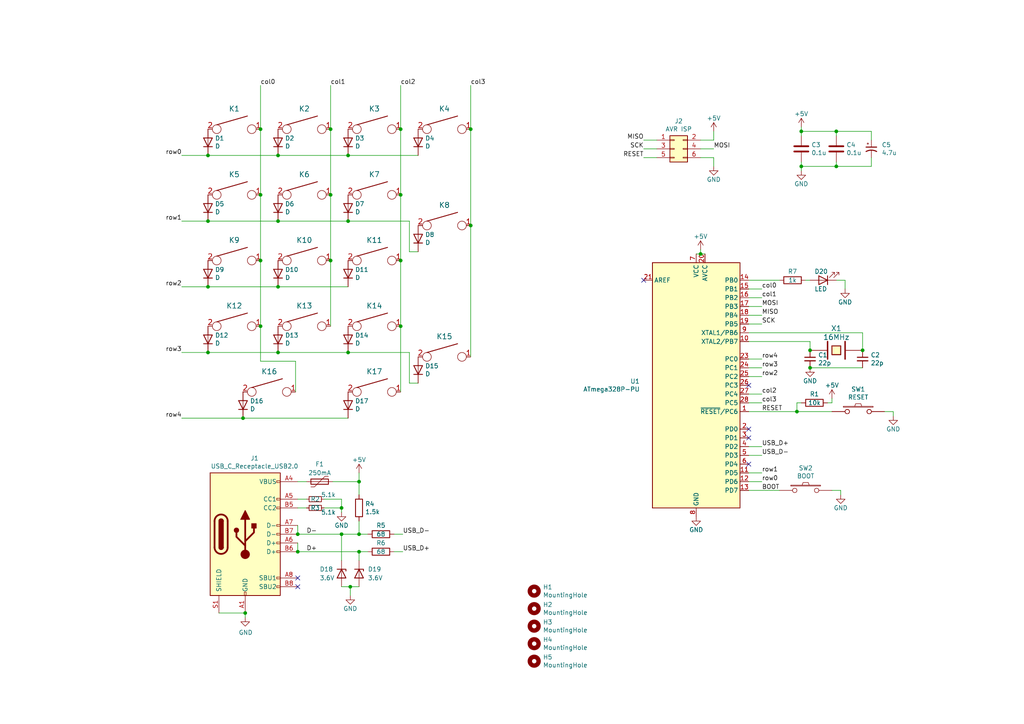
<source format=kicad_sch>
(kicad_sch (version 20211123) (generator eeschema)
  (paper "A4")
  (title_block (title "RYCpad Through-Hole Mechanical Numpad"))
  (lib_symbols
    (symbol "Connector:USB_C_Receptacle_USB2.0" (pin_names (offset 1.016))
      (property "Reference" "J" (at -10.16 19.05 0))
      (property "Value" "USB_C_Receptacle_USB2.0" (at 19.05 19.05 0))
      (symbol "USB_C_Receptacle_USB2.0_0_0"
        (rectangle (start -0.254 -17.78) (end 0.254 -16.764))
        (rectangle (start 10.16 -14.986) (end 9.144 -15.494))
        (rectangle (start 10.16 -12.446) (end 9.144 -12.954))
        (rectangle (start 10.16 -4.826) (end 9.144 -5.334))
        (rectangle (start 10.16 -2.286) (end 9.144 -2.794))
        (rectangle (start 10.16 0.254) (end 9.144 -0.254))
        (rectangle (start 10.16 2.794) (end 9.144 2.286))
        (rectangle (start 10.16 7.874) (end 9.144 7.366))
        (rectangle (start 10.16 10.414) (end 9.144 9.906))
        (rectangle (start 10.16 15.494) (end 9.144 14.986))
      )
      (symbol "USB_C_Receptacle_USB2.0_0_1"
        (rectangle (start -10.16 17.78) (end 10.16 -17.78) (stroke (width 0.254)) (fill (type background)))
        (arc (start -8.89 -3.81) (mid -6.985 -5.715) (end -5.08 -3.81) (stroke (width 0.508)))
        (arc (start -7.62 -3.81) (mid -6.985 -4.445) (end -6.35 -3.81) (stroke (width 0.254)))
        (arc (start -7.62 -3.81) (mid -6.985 -4.445) (end -6.35 -3.81) (stroke (width 0.254)) (fill (type outline)))
        (rectangle (start -7.62 -3.81) (end -6.35 3.81) (stroke (width 0.254)) (fill (type outline)))
        (arc (start -6.35 3.81) (mid -6.985 4.445) (end -7.62 3.81) (stroke (width 0.254)))
        (arc (start -6.35 3.81) (mid -6.985 4.445) (end -7.62 3.81) (stroke (width 0.254)) (fill (type outline)))
        (arc (start -5.08 3.81) (mid -6.985 5.715) (end -8.89 3.81) (stroke (width 0.508)))
        (circle (center -2.54 1.143) (radius 0.635) (stroke (width 0.254)) (fill (type outline)))
        (circle (center 0 -5.842) (radius 1.27) (fill (type outline)))
        (polyline (pts (xy -8.89 -3.81) (xy -8.89 3.81)) (stroke (width 0.508)))
        (polyline (pts (xy -5.08 3.81) (xy -5.08 -3.81)) (stroke (width 0.508)))
        (polyline (pts (xy 0 -5.842) (xy 0 4.318)) (stroke (width 0.508)))
        (polyline (pts (xy 0 -3.302) (xy -2.54 -0.762) (xy -2.54 0.508)) (stroke (width 0.508)))
        (polyline (pts (xy 0 -2.032) (xy 2.54 0.508) (xy 2.54 1.778)) (stroke (width 0.508)))
        (polyline (pts (xy -1.27 4.318) (xy 0 6.858) (xy 1.27 4.318) (xy -1.27 4.318)) (stroke (width 0.254)) (fill (type outline)))
        (rectangle (start 1.905 1.778) (end 3.175 3.048) (stroke (width 0.254)) (fill (type outline)))
      )
      (symbol "USB_C_Receptacle_USB2.0_1_1"
        (pin passive line (at 0 -22.86 90) (length 5.08) (name "GND") (number "A1"))
        (pin passive line (at 0 -22.86 90) (length 5.08) hide (name "GND") (number "A12"))
        (pin passive line (at 15.24 15.24 180) (length 5.08) (name "VBUS") (number "A4"))
        (pin bidirectional line (at 15.24 10.16 180) (length 5.08) (name "CC1") (number "A5"))
        (pin bidirectional line (at 15.24 -2.54 180) (length 5.08) (name "D+") (number "A6"))
        (pin bidirectional line (at 15.24 2.54 180) (length 5.08) (name "D-") (number "A7"))
        (pin bidirectional line (at 15.24 -12.7 180) (length 5.08) (name "SBU1") (number "A8"))
        (pin passive line (at 15.24 15.24 180) (length 5.08) hide (name "VBUS") (number "A9"))
        (pin passive line (at 0 -22.86 90) (length 5.08) hide (name "GND") (number "B1"))
        (pin passive line (at 0 -22.86 90) (length 5.08) hide (name "GND") (number "B12"))
        (pin passive line (at 15.24 15.24 180) (length 5.08) hide (name "VBUS") (number "B4"))
        (pin bidirectional line (at 15.24 7.62 180) (length 5.08) (name "CC2") (number "B5"))
        (pin bidirectional line (at 15.24 -5.08 180) (length 5.08) (name "D+") (number "B6"))
        (pin bidirectional line (at 15.24 0 180) (length 5.08) (name "D-") (number "B7"))
        (pin bidirectional line (at 15.24 -15.24 180) (length 5.08) (name "SBU2") (number "B8"))
        (pin passive line (at 15.24 15.24 180) (length 5.08) hide (name "VBUS") (number "B9"))
        (pin passive line (at -7.62 -22.86 90) (length 5.08) (name "SHIELD") (number "S1"))
      )
    )
    (symbol "Connector_Generic:Conn_02x03_Odd_Even" (pin_names (offset 1.016) hide)
      (property "Reference" "J" (at 1.27 5.08 0))
      (property "Value" "Conn_02x03_Odd_Even" (at 1.27 -5.08 0))
      (symbol "Conn_02x03_Odd_Even_1_1"
        (rectangle (start -1.27 -2.413) (end 0 -2.667) (stroke (width 0.1524)))
        (rectangle (start -1.27 0.127) (end 0 -0.127) (stroke (width 0.1524)))
        (rectangle (start -1.27 2.667) (end 0 2.413) (stroke (width 0.1524)))
        (rectangle (start -1.27 3.81) (end 3.81 -3.81) (stroke (width 0.254)) (fill (type background)))
        (rectangle (start 3.81 -2.413) (end 2.54 -2.667) (stroke (width 0.1524)))
        (rectangle (start 3.81 0.127) (end 2.54 -0.127) (stroke (width 0.1524)))
        (rectangle (start 3.81 2.667) (end 2.54 2.413) (stroke (width 0.1524)))
        (pin passive line (at -5.08 2.54 0) (length 3.81) (name "Pin_1") (number "1"))
        (pin passive line (at 7.62 2.54 180) (length 3.81) (name "Pin_2") (number "2"))
        (pin passive line (at -5.08 0 0) (length 3.81) (name "Pin_3") (number "3"))
        (pin passive line (at 7.62 0 180) (length 3.81) (name "Pin_4") (number "4"))
        (pin passive line (at -5.08 -2.54 0) (length 3.81) (name "Pin_5") (number "5"))
        (pin passive line (at 7.62 -2.54 180) (length 3.81) (name "Pin_6") (number "6"))
      )
    )
    (symbol "Device:C" (pin_numbers hide) (pin_names (offset 0.254))
      (property "Reference" "C" (at 0.635 2.54 0))
      (property "Value" "C" (at 0.635 -2.54 0))
      (symbol "C_0_1"
        (polyline (pts (xy -2.032 -0.762) (xy 2.032 -0.762)) (stroke (width 0.508)))
        (polyline (pts (xy -2.032 0.762) (xy 2.032 0.762)) (stroke (width 0.508)))
      )
      (symbol "C_1_1"
        (pin passive line (at 0 3.81 270) (length 2.794) (name "~") (number "1"))
        (pin passive line (at 0 -3.81 90) (length 2.794) (name "~") (number "2"))
      )
    )
    (symbol "Device:C_Polarized_Small_US" (pin_numbers hide) (pin_names (offset 0.254) hide)
      (property "Reference" "C" (at 0.254 1.778 0))
      (property "Value" "C_Polarized_Small_US" (at 0.254 -2.032 0))
      (symbol "C_Polarized_Small_US_0_1"
        (polyline (pts (xy -1.524 0.508) (xy 1.524 0.508)) (stroke (width 0.3048)))
        (polyline (pts (xy -1.27 1.524) (xy -0.762 1.524)))
        (polyline (pts (xy -1.016 1.27) (xy -1.016 1.778)))
        (arc (start 1.524 -0.762) (mid 0 -0.3734) (end -1.524 -0.762) (stroke (width 0.3048)))
      )
      (symbol "C_Polarized_Small_US_1_1"
        (pin passive line (at 0 2.54 270) (length 2.032) (name "~") (number "1"))
        (pin passive line (at 0 -2.54 90) (length 2.032) (name "~") (number "2"))
      )
    )
    (symbol "Device:C_Small" (pin_numbers hide) (pin_names (offset 0.254) hide)
      (property "Reference" "C" (at 0.254 1.778 0))
      (property "Value" "C_Small" (at 0.254 -2.032 0))
      (symbol "C_Small_0_1"
        (polyline (pts (xy -1.524 -0.508) (xy 1.524 -0.508)) (stroke (width 0.3302)))
        (polyline (pts (xy -1.524 0.508) (xy 1.524 0.508)) (stroke (width 0.3048)))
      )
      (symbol "C_Small_1_1"
        (pin passive line (at 0 2.54 270) (length 2.032) (name "~") (number "1"))
        (pin passive line (at 0 -2.54 90) (length 2.032) (name "~") (number "2"))
      )
    )
    (symbol "Device:D" (pin_numbers hide) (pin_names (offset 1.016) hide)
      (property "Reference" "D" (at 0 2.54 0))
      (property "Value" "D" (at 0 -2.54 0))
      (symbol "D_0_1"
        (polyline (pts (xy -1.27 1.27) (xy -1.27 -1.27)) (stroke (width 0.254)))
        (polyline (pts (xy 1.27 0) (xy -1.27 0)))
        (polyline (pts (xy 1.27 1.27) (xy 1.27 -1.27) (xy -1.27 0) (xy 1.27 1.27)) (stroke (width 0.254)))
      )
      (symbol "D_1_1"
        (pin passive line (at -3.81 0 0) (length 2.54) (name "K") (number "1"))
        (pin passive line (at 3.81 0 180) (length 2.54) (name "A") (number "2"))
      )
    )
    (symbol "Device:D_Zener" (pin_numbers hide) (pin_names (offset 1.016) hide)
      (property "Reference" "D" (at 0 2.54 0))
      (property "Value" "D_Zener" (at 0 -2.54 0))
      (symbol "D_Zener_0_1"
        (polyline (pts (xy 1.27 0) (xy -1.27 0)))
        (polyline (pts (xy -1.27 -1.27) (xy -1.27 1.27) (xy -0.762 1.27)) (stroke (width 0.254)))
        (polyline (pts (xy 1.27 -1.27) (xy 1.27 1.27) (xy -1.27 0) (xy 1.27 -1.27)) (stroke (width 0.254)))
      )
      (symbol "D_Zener_1_1"
        (pin passive line (at -3.81 0 0) (length 2.54) (name "K") (number "1"))
        (pin passive line (at 3.81 0 180) (length 2.54) (name "A") (number "2"))
      )
    )
    (symbol "Device:LED" (pin_numbers hide) (pin_names (offset 1.016) hide)
      (property "Reference" "D" (at 0 2.54 0))
      (property "Value" "LED" (at 0 -2.54 0))
      (symbol "LED_0_1"
        (polyline (pts (xy -1.27 -1.27) (xy -1.27 1.27)) (stroke (width 0.254)))
        (polyline (pts (xy -1.27 0) (xy 1.27 0)))
        (polyline (pts (xy 1.27 -1.27) (xy 1.27 1.27) (xy -1.27 0) (xy 1.27 -1.27)) (stroke (width 0.254)))
        (polyline (pts (xy -3.048 -0.762) (xy -4.572 -2.286) (xy -3.81 -2.286) (xy -4.572 -2.286) (xy -4.572 -1.524)))
        (polyline (pts (xy -1.778 -0.762) (xy -3.302 -2.286) (xy -2.54 -2.286) (xy -3.302 -2.286) (xy -3.302 -1.524)))
      )
      (symbol "LED_1_1"
        (pin passive line (at -3.81 0 0) (length 2.54) (name "K") (number "1"))
        (pin passive line (at 3.81 0 180) (length 2.54) (name "A") (number "2"))
      )
    )
    (symbol "Device:Polyfuse" (pin_numbers hide) (pin_names (offset 0))
      (property "Reference" "F" (at -2.54 0 90))
      (property "Value" "Polyfuse" (at 2.54 0 90))
      (symbol "Polyfuse_0_1"
        (rectangle (start -0.762 2.54) (end 0.762 -2.54) (stroke (width 0.254)))
        (polyline (pts (xy 0 2.54) (xy 0 -2.54)))
        (polyline (pts (xy -1.524 2.54) (xy -1.524 1.524) (xy 1.524 -1.524) (xy 1.524 -2.54)))
      )
      (symbol "Polyfuse_1_1"
        (pin passive line (at 0 3.81 270) (length 1.27) (name "~") (number "1"))
        (pin passive line (at 0 -3.81 90) (length 1.27) (name "~") (number "2"))
      )
    )
    (symbol "Device:R" (pin_numbers hide) (pin_names (offset 0))
      (property "Reference" "R" (at 2.032 0 90))
      (property "Value" "R" (at 0 0 90))
      (symbol "R_0_1"
        (rectangle (start -1.016 -2.54) (end 1.016 2.54) (stroke (width 0.254)))
      )
      (symbol "R_1_1"
        (pin passive line (at 0 3.81 270) (length 1.27) (name "~") (number "1"))
        (pin passive line (at 0 -3.81 90) (length 1.27) (name "~") (number "2"))
      )
    )
    (symbol "Device:R_Small" (pin_numbers hide) (pin_names (offset 0.254) hide)
      (property "Reference" "R" (at 0.762 0.508 0))
      (property "Value" "R_Small" (at 0.762 -1.016 0))
      (symbol "R_Small_0_1"
        (rectangle (start -0.762 1.778) (end 0.762 -1.778) (stroke (width 0.2032)))
      )
      (symbol "R_Small_1_1"
        (pin passive line (at 0 2.54 270) (length 0.762) (name "~") (number "1"))
        (pin passive line (at 0 -2.54 90) (length 0.762) (name "~") (number "2"))
      )
    )
    (symbol "MCU_Microchip_ATmega:ATmega328P-P"
      (property "Reference" "U" (at -12.7 36.83 0))
      (property "Value" "ATmega328P-P" (at 2.54 -36.83 0))
      (symbol "ATmega328P-P_0_1"
        (rectangle (start -12.7 -35.56) (end 12.7 35.56) (stroke (width 0.254)) (fill (type background)))
      )
      (symbol "ATmega328P-P_1_1"
        (pin bidirectional line (at 15.24 -7.62 180) (length 2.54) (name "~{RESET}/PC6") (number "1"))
        (pin bidirectional line (at 15.24 12.7 180) (length 2.54) (name "XTAL2/PB7") (number "10"))
        (pin bidirectional line (at 15.24 -25.4 180) (length 2.54) (name "PD5") (number "11"))
        (pin bidirectional line (at 15.24 -27.94 180) (length 2.54) (name "PD6") (number "12"))
        (pin bidirectional line (at 15.24 -30.48 180) (length 2.54) (name "PD7") (number "13"))
        (pin bidirectional line (at 15.24 30.48 180) (length 2.54) (name "PB0") (number "14"))
        (pin bidirectional line (at 15.24 27.94 180) (length 2.54) (name "PB1") (number "15"))
        (pin bidirectional line (at 15.24 25.4 180) (length 2.54) (name "PB2") (number "16"))
        (pin bidirectional line (at 15.24 22.86 180) (length 2.54) (name "PB3") (number "17"))
        (pin bidirectional line (at 15.24 20.32 180) (length 2.54) (name "PB4") (number "18"))
        (pin bidirectional line (at 15.24 17.78 180) (length 2.54) (name "PB5") (number "19"))
        (pin bidirectional line (at 15.24 -12.7 180) (length 2.54) (name "PD0") (number "2"))
        (pin power_in line (at 2.54 38.1 270) (length 2.54) (name "AVCC") (number "20"))
        (pin passive line (at -15.24 30.48 0) (length 2.54) (name "AREF") (number "21"))
        (pin passive line (at 0 -38.1 90) (length 2.54) hide (name "GND") (number "22"))
        (pin bidirectional line (at 15.24 7.62 180) (length 2.54) (name "PC0") (number "23"))
        (pin bidirectional line (at 15.24 5.08 180) (length 2.54) (name "PC1") (number "24"))
        (pin bidirectional line (at 15.24 2.54 180) (length 2.54) (name "PC2") (number "25"))
        (pin bidirectional line (at 15.24 0 180) (length 2.54) (name "PC3") (number "26"))
        (pin bidirectional line (at 15.24 -2.54 180) (length 2.54) (name "PC4") (number "27"))
        (pin bidirectional line (at 15.24 -5.08 180) (length 2.54) (name "PC5") (number "28"))
        (pin bidirectional line (at 15.24 -15.24 180) (length 2.54) (name "PD1") (number "3"))
        (pin bidirectional line (at 15.24 -17.78 180) (length 2.54) (name "PD2") (number "4"))
        (pin bidirectional line (at 15.24 -20.32 180) (length 2.54) (name "PD3") (number "5"))
        (pin bidirectional line (at 15.24 -22.86 180) (length 2.54) (name "PD4") (number "6"))
        (pin power_in line (at 0 38.1 270) (length 2.54) (name "VCC") (number "7"))
        (pin power_in line (at 0 -38.1 90) (length 2.54) (name "GND") (number "8"))
        (pin bidirectional line (at 15.24 15.24 180) (length 2.54) (name "XTAL1/PB6") (number "9"))
      )
    )
    (symbol "Mechanical:MountingHole" (pin_names (offset 1.016))
      (property "Reference" "H" (at 0 5.08 0))
      (property "Value" "MountingHole" (at 0 3.175 0))
      (symbol "MountingHole_0_1"
        (circle (center 0 0) (radius 1.27) (stroke (width 1.27)))
      )
    )
    (symbol "keyboard_parts:KEYSW" (pin_names (offset 1.016))
      (property "Reference" "K?" (at -1.27 0 0))
      (symbol "KEYSW_0_1"
        (circle (center -5.08 0) (radius 1.27))
        (polyline (pts (xy -5.08 1.27) (xy 3.81 3.81)) (stroke (width 0.254)))
        (circle (center 5.08 0) (radius 1.27))
      )
      (symbol "KEYSW_1_1"
        (pin passive line (at 7.62 0 180) (length 1.27) (name "~") (number "1"))
        (pin passive line (at -7.62 0 0) (length 1.27) (name "~") (number "2"))
      )
    )
    (symbol "keyboard_parts:SW_PUSH" (pin_numbers hide) (pin_names (offset 1.016) hide)
      (property "Reference" "SW" (at 3.81 2.794 0))
      (property "Value" "SW_PUSH" (at 0 -2.032 0))
      (symbol "SW_PUSH_0_1"
        (rectangle (start -4.318 1.27) (end 4.318 1.524))
        (polyline (pts (xy -1.016 1.524) (xy -0.762 2.286) (xy 0.762 2.286) (xy 1.016 1.524)))
        (pin passive inverted (at -7.62 0 0) (length 5.08) (name "1") (number "1"))
        (pin passive inverted (at 7.62 0 180) (length 5.08) (name "2") (number "2"))
      )
    )
    (symbol "keyboard_parts:XTAL" (pin_numbers hide) (pin_names (offset 1.016) hide)
      (property "Reference" "X" (at 0 3.81 0))
      (property "Value" "XTAL" (at 0 -3.81 0))
      (symbol "XTAL_0_1"
        (polyline (pts (xy -2.54 2.54) (xy -2.54 -2.54)) (stroke (width 0.4064)))
        (polyline (pts (xy 2.54 2.54) (xy 2.54 -2.54)) (stroke (width 0.4064)))
        (polyline (pts (xy -1.27 1.27) (xy 1.27 1.27) (xy 1.27 -1.27) (xy -1.27 -1.27) (xy -1.27 1.27)) (stroke (width 0.3048)) (fill (type background)))
      )
      (symbol "XTAL_1_1"
        (pin passive line (at -7.62 0 0) (length 5.08) (name "1") (number "1"))
        (pin passive line (at 7.62 0 180) (length 5.08) (name "2") (number "2"))
      )
    )
    (symbol "power:+5V" (power) (pin_names (offset 0))
      (property "Value" "+5V" (at 0 3.556 0))
      (symbol "+5V_0_1"
        (polyline (pts (xy -0.762 1.27) (xy 0 2.54)))
        (polyline (pts (xy 0 0) (xy 0 2.54)))
        (polyline (pts (xy 0 2.54) (xy 0.762 1.27)))
      )
      (symbol "+5V_1_1"
        (pin power_in line (at 0 0 90) (length 0) hide (name "+5V") (number "1"))
      )
    )
    (symbol "power:GND" (power) (pin_names (offset 0))
      (property "Value" "GND" (at 0 -3.81 0))
      (symbol "GND_0_1"
        (polyline (pts (xy 0 0) (xy 0 -1.27) (xy 1.27 -1.27) (xy 0 -2.54) (xy -1.27 -1.27) (xy 0 -1.27)))
      )
      (symbol "GND_1_1"
        (pin power_in line (at 0 0 270) (length 0) hide (name "GND") (number "1"))
      )
    )
  )
  (junction (at 60.325 45.085))
  (junction (at 80.645 102.235))
  (junction (at 100.965 64.135))
  (junction (at 60.325 102.235))
  (junction (at 203.2 73.66))
  (junction (at 242.57 48.26))
  (junction (at 75.565 94.615))
  (junction (at 104.14 154.94))
  (junction (at 75.565 75.565))
  (junction (at 99.06 154.94))
  (junction (at 100.965 102.235))
  (junction (at 60.325 83.185))
  (junction (at 95.885 75.565))
  (junction (at 75.565 37.465))
  (junction (at 86.36 154.94))
  (junction (at 136.525 65.405))
  (junction (at 231.14 119.38))
  (junction (at 60.325 64.135))
  (junction (at 136.525 37.465))
  (junction (at 232.41 48.26))
  (junction (at 80.645 83.185))
  (junction (at 234.95 101.6))
  (junction (at 116.205 56.515))
  (junction (at 95.885 56.515))
  (junction (at 116.205 94.615))
  (junction (at 99.06 147.32))
  (junction (at 70.485 121.285))
  (junction (at 242.57 38.1))
  (junction (at 116.205 75.565))
  (junction (at 234.95 106.68))
  (junction (at 250.19 101.6))
  (junction (at 86.36 160.02))
  (junction (at 101.6 170.18))
  (junction (at 104.14 160.02))
  (junction (at 116.205 37.465))
  (junction (at 95.885 37.465))
  (junction (at 232.41 38.1))
  (junction (at 100.965 45.085))
  (junction (at 80.645 45.085))
  (junction (at 71.12 177.8))
  (junction (at 104.14 139.7))
  (junction (at 80.645 64.135))
  (junction (at 75.565 56.515))
  (no_connect (at 217.17 127))
  (no_connect (at 217.17 124.46))
  (no_connect (at 86.36 170.18))
  (no_connect (at 217.17 111.76))
  (no_connect (at 86.36 167.64))
  (no_connect (at 186.69 81.28))
  (no_connect (at 217.17 134.62))
  (wire (pts (xy 99.06 154.94) (xy 104.14 154.94)))
  (wire (pts (xy 104.14 154.94) (xy 106.68 154.94)))
  (wire (pts (xy 100.965 64.135) (xy 118.745 64.135)))
  (wire (pts (xy 232.41 46.99) (xy 232.41 48.26)))
  (wire (pts (xy 259.08 119.38) (xy 259.08 120.65)))
  (wire (pts (xy 231.14 119.38) (xy 241.3 119.38)))
  (wire (pts (xy 232.41 116.84) (xy 231.14 116.84)))
  (wire (pts (xy 86.36 160.02) (xy 104.14 160.02)))
  (wire (pts (xy 101.6 170.18) (xy 101.6 172.72)))
  (wire (pts (xy 118.745 111.125) (xy 121.285 111.125)))
  (wire (pts (xy 234.95 106.68) (xy 250.19 106.68)))
  (wire (pts (xy 217.17 81.28) (xy 226.06 81.28)))
  (wire (pts (xy 217.17 91.44) (xy 220.98 91.44)))
  (wire (pts (xy 241.3 142.24) (xy 243.84 142.24)))
  (wire (pts (xy 100.965 45.085) (xy 80.645 45.085)))
  (wire (pts (xy 242.57 38.1) (xy 242.57 39.37)))
  (wire (pts (xy 71.12 177.8) (xy 71.12 179.07)))
  (wire (pts (xy 60.325 64.135) (xy 80.645 64.135)))
  (wire (pts (xy 232.41 48.26) (xy 242.57 48.26)))
  (wire (pts (xy 256.54 119.38) (xy 259.08 119.38)))
  (wire (pts (xy 75.565 37.465) (xy 75.565 56.515)))
  (wire (pts (xy 203.2 73.66) (xy 204.47 73.66)))
  (wire (pts (xy 136.525 37.465) (xy 136.525 65.405)))
  (wire (pts (xy 95.885 75.565) (xy 95.885 94.615)))
  (wire (pts (xy 104.14 160.02) (xy 106.68 160.02)))
  (wire (pts (xy 116.205 94.615) (xy 116.205 113.665)))
  (wire (pts (xy 86.36 144.78) (xy 88.9 144.78)))
  (wire (pts (xy 75.565 75.565) (xy 75.565 94.615)))
  (wire (pts (xy 52.705 64.135) (xy 60.325 64.135)))
  (wire (pts (xy 242.57 38.1) (xy 252.73 38.1)))
  (wire (pts (xy 116.205 24.765) (xy 116.205 37.465)))
  (wire (pts (xy 104.14 162.56) (xy 104.14 160.02)))
  (wire (pts (xy 100.965 102.235) (xy 118.745 102.235)))
  (wire (pts (xy 217.17 96.52) (xy 250.19 96.52)))
  (wire (pts (xy 52.705 102.235) (xy 60.325 102.235)))
  (wire (pts (xy 220.98 86.36) (xy 217.17 86.36)))
  (wire (pts (xy 99.06 170.18) (xy 101.6 170.18)))
  (wire (pts (xy 136.525 24.765) (xy 136.525 37.465)))
  (wire (pts (xy 201.93 73.66) (xy 203.2 73.66)))
  (wire (pts (xy 190.5 40.64) (xy 186.69 40.64)))
  (wire (pts (xy 250.19 96.52) (xy 250.19 101.6)))
  (wire (pts (xy 203.2 40.64) (xy 207.01 40.64)))
  (wire (pts (xy 232.41 36.83) (xy 232.41 38.1)))
  (wire (pts (xy 52.705 83.185) (xy 60.325 83.185)))
  (wire (pts (xy 217.17 83.82) (xy 220.98 83.82)))
  (wire (pts (xy 233.68 81.28) (xy 234.95 81.28)))
  (wire (pts (xy 207.01 45.72) (xy 207.01 48.26)))
  (wire (pts (xy 217.17 132.08) (xy 220.98 132.08)))
  (wire (pts (xy 234.95 99.06) (xy 234.95 101.6)))
  (wire (pts (xy 217.17 114.3) (xy 220.98 114.3)))
  (wire (pts (xy 60.325 102.235) (xy 80.645 102.235)))
  (wire (pts (xy 75.565 56.515) (xy 75.565 75.565)))
  (wire (pts (xy 104.14 139.7) (xy 104.14 137.16)))
  (wire (pts (xy 116.205 75.565) (xy 116.205 94.615)))
  (wire (pts (xy 217.17 99.06) (xy 234.95 99.06)))
  (wire (pts (xy 121.285 45.085) (xy 100.965 45.085)))
  (wire (pts (xy 242.57 46.99) (xy 242.57 48.26)))
  (wire (pts (xy 186.69 43.18) (xy 190.5 43.18)))
  (wire (pts (xy 86.36 157.48) (xy 86.36 160.02)))
  (wire (pts (xy 86.36 152.4) (xy 86.36 154.94)))
  (wire (pts (xy 207.01 40.64) (xy 207.01 38.1)))
  (wire (pts (xy 242.57 81.28) (xy 245.11 81.28)))
  (wire (pts (xy 101.6 170.18) (xy 104.14 170.18)))
  (wire (pts (xy 114.3 154.94) (xy 116.84 154.94)))
  (wire (pts (xy 217.17 119.38) (xy 231.14 119.38)))
  (wire (pts (xy 70.485 121.285) (xy 100.965 121.285)))
  (wire (pts (xy 217.17 116.84) (xy 220.98 116.84)))
  (wire (pts (xy 99.06 162.56) (xy 99.06 154.94)))
  (wire (pts (xy 60.325 83.185) (xy 80.645 83.185)))
  (wire (pts (xy 80.645 102.235) (xy 100.965 102.235)))
  (wire (pts (xy 93.98 144.78) (xy 99.06 144.78)))
  (wire (pts (xy 116.205 56.515) (xy 116.205 75.565)))
  (wire (pts (xy 63.5 177.8) (xy 71.12 177.8)))
  (wire (pts (xy 217.17 129.54) (xy 220.98 129.54)))
  (wire (pts (xy 217.17 142.24) (xy 226.06 142.24)))
  (wire (pts (xy 190.5 45.72) (xy 186.69 45.72)))
  (wire (pts (xy 85.725 104.775) (xy 85.725 113.665)))
  (wire (pts (xy 203.2 45.72) (xy 207.01 45.72)))
  (wire (pts (xy 80.645 83.185) (xy 100.965 83.185)))
  (wire (pts (xy 118.745 73.025) (xy 121.285 73.025)))
  (wire (pts (xy 217.17 88.9) (xy 220.98 88.9)))
  (wire (pts (xy 95.885 56.515) (xy 95.885 75.565)))
  (wire (pts (xy 203.2 43.18) (xy 207.01 43.18)))
  (wire (pts (xy 60.325 45.085) (xy 52.705 45.085)))
  (wire (pts (xy 75.565 104.775) (xy 85.725 104.775)))
  (wire (pts (xy 86.36 139.7) (xy 88.9 139.7)))
  (wire (pts (xy 75.565 24.765) (xy 75.565 37.465)))
  (wire (pts (xy 217.17 109.22) (xy 220.98 109.22)))
  (wire (pts (xy 242.57 48.26) (xy 252.73 48.26)))
  (wire (pts (xy 217.17 137.16) (xy 220.98 137.16)))
  (wire (pts (xy 99.06 147.32) (xy 93.98 147.32)))
  (wire (pts (xy 95.885 37.465) (xy 95.885 56.515)))
  (wire (pts (xy 80.645 45.085) (xy 60.325 45.085)))
  (wire (pts (xy 99.06 144.78) (xy 99.06 147.32)))
  (wire (pts (xy 114.3 160.02) (xy 116.84 160.02)))
  (wire (pts (xy 217.17 106.68) (xy 220.98 106.68)))
  (wire (pts (xy 116.205 37.465) (xy 116.205 56.515)))
  (wire (pts (xy 252.73 38.1) (xy 252.73 40.64)))
  (wire (pts (xy 99.06 148.59) (xy 99.06 147.32)))
  (wire (pts (xy 245.11 81.28) (xy 245.11 83.82)))
  (wire (pts (xy 243.84 142.24) (xy 243.84 143.51)))
  (wire (pts (xy 231.14 116.84) (xy 231.14 119.38)))
  (wire (pts (xy 252.73 45.72) (xy 252.73 48.26)))
  (wire (pts (xy 232.41 48.26) (xy 232.41 49.53)))
  (wire (pts (xy 118.745 102.235) (xy 118.745 111.125)))
  (wire (pts (xy 217.17 104.14) (xy 220.98 104.14)))
  (wire (pts (xy 203.2 72.39) (xy 203.2 73.66)))
  (wire (pts (xy 95.885 24.765) (xy 95.885 37.465)))
  (wire (pts (xy 217.17 139.7) (xy 220.98 139.7)))
  (wire (pts (xy 104.14 151.13) (xy 104.14 154.94)))
  (wire (pts (xy 80.645 64.135) (xy 100.965 64.135)))
  (wire (pts (xy 104.14 139.7) (xy 104.14 143.51)))
  (wire (pts (xy 86.36 154.94) (xy 99.06 154.94)))
  (wire (pts (xy 96.52 139.7) (xy 104.14 139.7)))
  (wire (pts (xy 75.565 94.615) (xy 75.565 104.775)))
  (wire (pts (xy 232.41 38.1) (xy 232.41 39.37)))
  (wire (pts (xy 240.03 116.84) (xy 241.3 116.84)))
  (wire (pts (xy 118.745 64.135) (xy 118.745 73.025)))
  (wire (pts (xy 232.41 38.1) (xy 242.57 38.1)))
  (wire (pts (xy 217.17 93.98) (xy 220.98 93.98)))
  (wire (pts (xy 52.705 121.285) (xy 70.485 121.285)))
  (wire (pts (xy 136.525 65.405) (xy 136.525 103.505)))
  (wire (pts (xy 88.9 147.32) (xy 86.36 147.32)))
  (wire (pts (xy 241.3 116.84) (xy 241.3 115.57)))
  (label "D-" (at 88.9 154.94 0))
  (label "SCK" (at 220.98 93.98 0))
  (label "row2" (at 220.98 109.22 0))
  (label "col2" (at 220.98 114.3 0))
  (label "col2" (at 116.205 24.765 0))
  (label "row4" (at 52.705 121.285 180))
  (label "row1" (at 220.98 137.16 0))
  (label "row3" (at 52.705 102.235 180))
  (label "MISO" (at 186.69 40.64 180))
  (label "row0" (at 220.98 139.7 0))
  (label "col0" (at 220.98 83.82 0))
  (label "RESET" (at 220.98 119.38 0))
  (label "col1" (at 95.885 24.765 0))
  (label "MISO" (at 220.98 91.44 0))
  (label "MOSI" (at 220.98 88.9 0))
  (label "USB_D-" (at 116.84 154.94 0))
  (label "row4" (at 220.98 104.14 0))
  (label "row2" (at 52.705 83.185 180))
  (label "USB_D-" (at 220.98 132.08 0))
  (label "row0" (at 52.705 45.085 180))
  (label "BOOT" (at 220.98 142.24 0))
  (label "row1" (at 52.705 64.135 180))
  (label "row3" (at 220.98 106.68 0))
  (label "SCK" (at 186.69 43.18 180))
  (label "D+" (at 88.9 160.02 0))
  (label "col1" (at 220.98 86.36 0))
  (label "col3" (at 136.525 24.765 0))
  (label "MOSI" (at 207.01 43.18 0))
  (label "USB_D+" (at 116.84 160.02 0))
  (label "USB_D+" (at 220.98 129.54 0))
  (label "col3" (at 220.98 116.84 0))
  (label "col0" (at 75.565 24.765 0))
  (label "RESET" (at 186.69 45.72 180))
  (symbol (lib_id "MCU_Microchip_ATmega:ATmega328P-P") (at 201.93 111.76 0) (unit 1)
    (property "Reference" "U1" (at 185.5724 110.5916 0) (effects (justify right)))
    (property "Value" "ATmega328P-PU" (at 185.5724 112.903 0) (effects (justify right)))
    (property "Footprint" "Package_DIP:DIP-28_W7.62mm" (effects hide))
    (property "Datasheet" "http://ww1.microchip.com/downloads/en/DeviceDoc/ATmega328_P%20AVR%20MCU%20with%20picoPower%20Technology%20Data%20Sheet%2040001984A.pdf" (effects hide))
  )
  (symbol (lib_id "keyboard_parts:KEYSW") (at 67.945 37.465 0) (unit 1)
    (property "Reference" "K1" (at 67.945 31.5468 0) (effects (font (size 1.524 1.524))))
    (property "Value" "KEYSW" (effects hide))
    (property "Footprint" "personal:SW_MX_NoBorderSilk" (effects hide))
  )
  (symbol (lib_id "keyboard_parts:KEYSW") (at 88.265 37.465 0) (unit 1)
    (property "Reference" "K2" (at 88.265 31.5468 0) (effects (font (size 1.524 1.524))))
    (property "Value" "KEYSW" (effects hide))
    (property "Footprint" "personal:SW_MX_NoBorderSilk" (effects hide))
  )
  (symbol (lib_id "keyboard_parts:KEYSW") (at 108.585 37.465 0) (unit 1)
    (property "Reference" "K3" (at 108.585 31.5468 0) (effects (font (size 1.524 1.524))))
    (property "Value" "KEYSW" (effects hide))
    (property "Footprint" "personal:SW_MX_NoBorderSilk" (effects hide))
  )
  (symbol (lib_id "keyboard_parts:KEYSW") (at 128.905 37.465 0) (unit 1)
    (property "Reference" "K4" (at 128.905 31.5468 0) (effects (font (size 1.524 1.524))))
    (property "Value" "KEYSW" (effects hide))
    (property "Footprint" "personal:SW_MX_NoBorderSilk" (effects hide))
  )
  (symbol (lib_id "keyboard_parts:KEYSW") (at 67.945 56.515 0) (unit 1)
    (property "Reference" "K5" (at 67.945 50.5968 0) (effects (font (size 1.524 1.524))))
    (property "Value" "KEYSW" (effects hide))
    (property "Footprint" "personal:SW_MX_NoBorderSilk" (effects hide))
  )
  (symbol (lib_id "keyboard_parts:KEYSW") (at 88.265 56.515 0) (unit 1)
    (property "Reference" "K6" (at 88.265 50.5968 0) (effects (font (size 1.524 1.524))))
    (property "Value" "KEYSW" (effects hide))
    (property "Footprint" "personal:SW_MX_NoBorderSilk" (effects hide))
  )
  (symbol (lib_id "keyboard_parts:KEYSW") (at 108.585 56.515 0) (unit 1)
    (property "Reference" "K7" (at 108.585 50.5968 0) (effects (font (size 1.524 1.524))))
    (property "Value" "KEYSW" (effects hide))
    (property "Footprint" "personal:SW_MX_NoBorderSilk" (effects hide))
  )
  (symbol (lib_id "keyboard_parts:KEYSW") (at 128.905 65.405 0) (unit 1)
    (property "Reference" "K8" (at 128.905 59.4868 0) (effects (font (size 1.524 1.524))))
    (property "Value" "KEYSW" (effects hide))
    (property "Footprint" "personal:SW_MX_NoBorderSilk" (effects hide))
  )
  (symbol (lib_id "keyboard_parts:KEYSW") (at 67.945 75.565 0) (unit 1)
    (property "Reference" "K9" (at 67.945 69.6468 0) (effects (font (size 1.524 1.524))))
    (property "Value" "KEYSW" (effects hide))
    (property "Footprint" "personal:SW_MX_NoBorderSilk" (effects hide))
  )
  (symbol (lib_id "keyboard_parts:KEYSW") (at 88.265 75.565 0) (unit 1)
    (property "Reference" "K10" (at 88.265 69.6468 0) (effects (font (size 1.524 1.524))))
    (property "Value" "KEYSW" (effects hide))
    (property "Footprint" "personal:SW_MX_NoBorderSilk" (effects hide))
  )
  (symbol (lib_id "keyboard_parts:KEYSW") (at 108.585 75.565 0) (unit 1)
    (property "Reference" "K11" (at 108.585 69.6468 0) (effects (font (size 1.524 1.524))))
    (property "Value" "KEYSW" (effects hide))
    (property "Footprint" "personal:SW_MX_NoBorderSilk" (effects hide))
  )
  (symbol (lib_id "keyboard_parts:KEYSW") (at 67.945 94.615 0) (unit 1)
    (property "Reference" "K12" (at 67.945 88.6968 0) (effects (font (size 1.524 1.524))))
    (property "Value" "KEYSW" (effects hide))
    (property "Footprint" "personal:SW_MX_NoBorderSilk" (effects hide))
  )
  (symbol (lib_id "keyboard_parts:KEYSW") (at 88.265 94.615 0) (unit 1)
    (property "Reference" "K13" (at 88.265 88.6968 0) (effects (font (size 1.524 1.524))))
    (property "Value" "KEYSW" (effects hide))
    (property "Footprint" "personal:SW_MX_NoBorderSilk" (effects hide))
  )
  (symbol (lib_id "keyboard_parts:KEYSW") (at 108.585 94.615 0) (unit 1)
    (property "Reference" "K14" (at 108.585 88.6968 0) (effects (font (size 1.524 1.524))))
    (property "Value" "KEYSW" (effects hide))
    (property "Footprint" "personal:SW_MX_NoBorderSilk" (effects hide))
  )
  (symbol (lib_id "keyboard_parts:KEYSW") (at 128.905 103.505 0) (unit 1)
    (property "Reference" "K15" (at 128.905 97.5868 0) (effects (font (size 1.524 1.524))))
    (property "Value" "KEYSW" (effects hide))
    (property "Footprint" "personal:SW_MX_NoBorderSilk" (effects hide))
  )
  (symbol (lib_id "keyboard_parts:KEYSW") (at 78.105 113.665 0) (unit 1)
    (property "Reference" "K16" (at 78.105 107.7468 0) (effects (font (size 1.524 1.524))))
    (property "Value" "KEYSW" (effects hide))
    (property "Footprint" "personal:SW_MX_NoBorderSilk" (effects hide))
  )
  (symbol (lib_id "keyboard_parts:KEYSW") (at 108.585 113.665 0) (unit 1)
    (property "Reference" "K17" (at 108.585 107.7468 0) (effects (font (size 1.524 1.524))))
    (property "Value" "KEYSW" (effects hide))
    (property "Footprint" "personal:SW_MX_NoBorderSilk" (effects hide))
  )
  (symbol (lib_id "Device:D") (at 60.325 41.275 90) (unit 1)
    (property "Reference" "D1" (at 62.357 40.1066 90) (effects (justify right)))
    (property "Value" "D" (at 62.357 42.418 90) (effects (justify right)))
    (property "Footprint" "personal:D_DO-35_SOD27_P5mm_Horizontal" (effects hide))
  )
  (symbol (lib_id "Device:D") (at 80.645 41.275 90) (unit 1)
    (property "Reference" "D2" (at 82.677 40.1066 90) (effects (justify right)))
    (property "Value" "D" (at 82.677 42.418 90) (effects (justify right)))
    (property "Footprint" "personal:D_DO-35_SOD27_P5mm_Horizontal" (effects hide))
  )
  (symbol (lib_id "Device:D") (at 100.965 41.275 90) (unit 1)
    (property "Reference" "D3" (at 102.997 40.1066 90) (effects (justify right)))
    (property "Value" "D" (at 102.997 42.418 90) (effects (justify right)))
    (property "Footprint" "personal:D_DO-35_SOD27_P5mm_Horizontal" (effects hide))
  )
  (symbol (lib_id "Device:D") (at 121.285 41.275 90) (unit 1)
    (property "Reference" "D4" (at 123.317 40.1066 90) (effects (justify right)))
    (property "Value" "D" (at 123.317 42.418 90) (effects (justify right)))
    (property "Footprint" "personal:D_DO-35_SOD27_P5mm_Horizontal" (effects hide))
  )
  (symbol (lib_id "Device:D") (at 60.325 60.325 90) (unit 1)
    (property "Reference" "D5" (at 62.357 59.1566 90) (effects (justify right)))
    (property "Value" "D" (at 62.357 61.468 90) (effects (justify right)))
    (property "Footprint" "personal:D_DO-35_SOD27_P5mm_Horizontal" (effects hide))
  )
  (symbol (lib_id "Device:D") (at 80.645 60.325 90) (unit 1)
    (property "Reference" "D6" (at 82.677 59.1566 90) (effects (justify right)))
    (property "Value" "D" (at 82.677 61.468 90) (effects (justify right)))
    (property "Footprint" "personal:D_DO-35_SOD27_P5mm_Horizontal" (effects hide))
  )
  (symbol (lib_id "Device:D") (at 100.965 60.325 90) (unit 1)
    (property "Reference" "D7" (at 102.997 59.1566 90) (effects (justify right)))
    (property "Value" "D" (at 102.997 61.468 90) (effects (justify right)))
    (property "Footprint" "personal:D_DO-35_SOD27_P5mm_Horizontal" (effects hide))
  )
  (symbol (lib_id "Device:D") (at 121.285 69.215 90) (unit 1)
    (property "Reference" "D8" (at 123.317 68.0466 90) (effects (justify right)))
    (property "Value" "D" (at 123.317 70.358 90) (effects (justify right)))
    (property "Footprint" "personal:D_DO-35_SOD27_P5mm_Horizontal" (effects hide))
  )
  (symbol (lib_id "Device:D") (at 60.325 79.375 90) (unit 1)
    (property "Reference" "D9" (at 62.357 78.2066 90) (effects (justify right)))
    (property "Value" "D" (at 62.357 80.518 90) (effects (justify right)))
    (property "Footprint" "personal:D_DO-35_SOD27_P5mm_Horizontal" (effects hide))
  )
  (symbol (lib_id "Device:D") (at 80.645 79.375 90) (unit 1)
    (property "Reference" "D10" (at 82.677 78.2066 90) (effects (justify right)))
    (property "Value" "D" (at 82.677 80.518 90) (effects (justify right)))
    (property "Footprint" "personal:D_DO-35_SOD27_P5mm_Horizontal" (effects hide))
  )
  (symbol (lib_id "Device:D") (at 100.965 79.375 90) (unit 1)
    (property "Reference" "D11" (at 102.997 78.2066 90) (effects (justify right)))
    (property "Value" "D" (at 102.997 80.518 90) (effects (justify right)))
    (property "Footprint" "personal:D_DO-35_SOD27_P5mm_Horizontal" (effects hide))
  )
  (symbol (lib_id "Mechanical:MountingHole") (at 154.94 181.61 0) (unit 1)
    (property "Reference" "H3" (at 157.48 180.4416 0) (effects (justify left)))
    (property "Value" "MountingHole" (at 157.48 182.753 0) (effects (justify left)))
    (property "Footprint" "MountingHole:MountingHole_2.2mm_M2_Pad" (effects hide))
  )
  (symbol (lib_id "Mechanical:MountingHole") (at 154.94 186.69 0) (unit 1)
    (property "Reference" "H4" (at 157.48 185.5216 0) (effects (justify left)))
    (property "Value" "MountingHole" (at 157.48 187.833 0) (effects (justify left)))
    (property "Footprint" "MountingHole:MountingHole_2.2mm_M2_Pad" (effects hide))
  )
  (symbol (lib_id "Mechanical:MountingHole") (at 154.94 191.77 0) (unit 1)
    (property "Reference" "H5" (at 157.48 190.6016 0) (effects (justify left)))
    (property "Value" "MountingHole" (at 157.48 192.913 0) (effects (justify left)))
    (property "Footprint" "MountingHole:MountingHole_2.2mm_M2_Pad" (effects hide))
  )
  (symbol (lib_id "Device:D") (at 60.325 98.425 90) (unit 1)
    (property "Reference" "D12" (at 62.357 97.2566 90) (effects (justify right)))
    (property "Value" "D" (at 62.357 99.568 90) (effects (justify right)))
    (property "Footprint" "personal:D_DO-35_SOD27_P5mm_Horizontal" (effects hide))
  )
  (symbol (lib_id "Device:D") (at 80.645 98.425 90) (unit 1)
    (property "Reference" "D13" (at 82.677 97.2566 90) (effects (justify right)))
    (property "Value" "D" (at 82.677 99.568 90) (effects (justify right)))
    (property "Footprint" "personal:D_DO-35_SOD27_P5mm_Horizontal" (effects hide))
  )
  (symbol (lib_id "Device:D") (at 100.965 98.425 90) (unit 1)
    (property "Reference" "D14" (at 102.997 97.2566 90) (effects (justify right)))
    (property "Value" "D" (at 102.997 99.568 90) (effects (justify right)))
    (property "Footprint" "personal:D_DO-35_SOD27_P5mm_Horizontal" (effects hide))
  )
  (symbol (lib_id "Device:D") (at 121.285 107.315 90) (unit 1)
    (property "Reference" "D15" (at 123.317 106.1466 90) (effects (justify right)))
    (property "Value" "D" (at 123.317 108.458 90) (effects (justify right)))
    (property "Footprint" "personal:D_DO-35_SOD27_P5mm_Horizontal" (effects hide))
  )
  (symbol (lib_id "Device:D") (at 70.485 117.475 90) (unit 1)
    (property "Reference" "D16" (at 72.517 116.3066 90) (effects (justify right)))
    (property "Value" "D" (at 72.517 118.618 90) (effects (justify right)))
    (property "Footprint" "personal:D_DO-35_SOD27_P5mm_Horizontal" (effects hide))
  )
  (symbol (lib_id "Device:D") (at 100.965 117.475 90) (unit 1)
    (property "Reference" "D17" (at 102.997 116.3066 90) (effects (justify right)))
    (property "Value" "D" (at 102.997 118.618 90) (effects (justify right)))
    (property "Footprint" "personal:D_DO-35_SOD27_P5mm_Horizontal" (effects hide))
  )
  (symbol (lib_id "power:+5V") (at 232.41 36.83 0) (unit 1)
    (property "Reference" "#PWR07" (effects hide))
    (property "Value" "+5V" (at 232.41 33.02 0))
  )
  (symbol (lib_id "Device:C") (at 232.41 43.18 0) (unit 1)
    (property "Reference" "C3" (at 235.331 42.0116 0) (effects (justify left)))
    (property "Value" "0.1u" (at 235.331 44.323 0) (effects (justify left)))
    (property "Footprint" "Capacitor_THT:C_Disc_D4.3mm_W1.9mm_P5.00mm" (effects hide))
  )
  (symbol (lib_id "Device:C_Polarized_Small_US") (at 252.73 43.18 0) (unit 1)
    (property "Reference" "C5" (at 255.7272 42.0116 0) (effects (justify left)))
    (property "Value" "4.7u" (at 255.7272 44.323 0) (effects (justify left)))
    (property "Footprint" "Capacitor_THT:CP_Radial_D4.0mm_P1.50mm" (effects hide))
  )
  (symbol (lib_id "Device:C") (at 242.57 43.18 0) (unit 1)
    (property "Reference" "C4" (at 245.491 42.0116 0) (effects (justify left)))
    (property "Value" "0.1u" (at 245.491 44.323 0) (effects (justify left)))
    (property "Footprint" "Capacitor_THT:C_Disc_D4.3mm_W1.9mm_P5.00mm" (effects hide))
  )
  (symbol (lib_id "power:GND") (at 232.41 49.53 0) (unit 1)
    (property "Reference" "#PWR09" (effects hide))
    (property "Value" "GND" (at 232.41 53.34 0))
  )
  (symbol (lib_id "Connector:USB_C_Receptacle_USB2.0") (at 71.12 154.94 0) (unit 1)
    (property "Reference" "J1" (at 73.8378 132.9182 0))
    (property "Value" "USB_C_Receptacle_USB2.0" (at 73.8378 135.2296 0))
    (property "Footprint" "personal:USB_C_Receptacle_GCT_USB4085_personalized" (effects hide))
    (property "Datasheet" "https://www.usb.org/sites/default/files/documents/usb_type-c.zip" (effects hide))
  )
  (symbol (lib_id "power:+5V") (at 104.14 137.16 0) (unit 1)
    (property "Reference" "#PWR06" (effects hide))
    (property "Value" "+5V" (at 104.14 133.35 0))
  )
  (symbol (lib_id "Device:R_Small") (at 91.44 144.78 270) (unit 1)
    (property "Reference" "R2" (at 91.44 144.78 90))
    (property "Value" "5.1k" (at 95.25 143.51 90))
    (property "Footprint" "Resistor_THT:R_Axial_DIN0204_L3.6mm_D1.6mm_P5.08mm_Horizontal" (effects hide))
  )
  (symbol (lib_id "Device:R_Small") (at 91.44 147.32 270) (unit 1)
    (property "Reference" "R3" (at 91.44 147.32 90))
    (property "Value" "5.1k" (at 95.25 148.59 90))
    (property "Footprint" "Resistor_THT:R_Axial_DIN0204_L3.6mm_D1.6mm_P5.08mm_Horizontal" (effects hide))
  )
  (symbol (lib_id "power:GND") (at 99.06 148.59 0) (unit 1)
    (property "Reference" "#PWR08" (effects hide))
    (property "Value" "GND" (at 99.06 152.4 0))
  )
  (symbol (lib_id "power:GND") (at 71.12 179.07 0) (unit 1)
    (property "Reference" "#PWR011" (effects hide))
    (property "Value" "GND" (at 71.247 183.4642 0))
  )
  (symbol (lib_id "Device:Polyfuse") (at 92.71 139.7 270) (unit 1)
    (property "Reference" "F1" (at 92.71 134.62 90))
    (property "Value" "250mA" (at 92.71 137.16 90))
    (property "Footprint" "Capacitor_THT:C_Disc_D5.0mm_W2.5mm_P5.00mm" (effects hide))
  )
  (symbol (lib_id "Device:LED") (at 238.76 81.28 180) (unit 1)
    (property "Reference" "D20" (at 236.22 78.74 0) (effects (justify right)))
    (property "Value" "LED" (at 236.22 83.82 0) (effects (justify right)))
    (property "Footprint" "LED_THT:LED_D3.0mm" (effects hide))
  )
  (symbol (lib_id "Device:R") (at 229.87 81.28 270) (unit 1)
    (property "Reference" "R7" (at 229.87 78.74 90))
    (property "Value" "1k" (at 229.87 81.28 90))
    (property "Footprint" "Resistor_THT:R_Axial_DIN0204_L3.6mm_D1.6mm_P5.08mm_Horizontal" (effects hide))
  )
  (symbol (lib_id "Device:R") (at 104.14 147.32 0) (unit 1)
    (property "Reference" "R4" (at 105.918 146.1516 0) (effects (justify left)))
    (property "Value" "1.5k" (at 105.918 148.463 0) (effects (justify left)))
    (property "Footprint" "Resistor_THT:R_Axial_DIN0204_L3.6mm_D1.6mm_P5.08mm_Horizontal" (effects hide))
  )
  (symbol (lib_id "Device:R") (at 110.49 154.94 270) (unit 1)
    (property "Reference" "R5" (at 110.49 152.4 90))
    (property "Value" "68" (at 110.49 154.94 90))
    (property "Footprint" "Resistor_THT:R_Axial_DIN0204_L3.6mm_D1.6mm_P5.08mm_Horizontal" (effects hide))
  )
  (symbol (lib_id "Device:R") (at 110.49 160.02 90) (unit 1)
    (property "Reference" "R6" (at 110.49 157.48 90))
    (property "Value" "68" (at 110.49 160.02 90))
    (property "Footprint" "Resistor_THT:R_Axial_DIN0204_L3.6mm_D1.6mm_P5.08mm_Horizontal" (effects hide))
  )
  (symbol (lib_id "Device:D_Zener") (at 104.14 166.37 270) (unit 1)
    (property "Reference" "D19" (at 106.68 165.1 90) (effects (justify left)))
    (property "Value" "3.6V" (at 106.68 167.64 90) (effects (justify left)))
    (property "Footprint" "personal:D_DO-35_SOD27_P5mm_Horizontal" (effects hide))
  )
  (symbol (lib_id "Device:D_Zener") (at 99.06 166.37 270) (unit 1)
    (property "Reference" "D18" (at 92.71 165.1 90) (effects (justify left)))
    (property "Value" "3.6V" (at 92.71 167.64 90) (effects (justify left)))
    (property "Footprint" "personal:D_DO-35_SOD27_P5mm_Horizontal" (effects hide))
  )
  (symbol (lib_id "power:+5V") (at 203.2 72.39 0) (unit 1)
    (property "Reference" "#PWR01" (effects hide))
    (property "Value" "+5V" (at 203.2 68.58 0))
  )
  (symbol (lib_id "power:GND") (at 101.6 172.72 0) (unit 1)
    (property "Reference" "#PWR010" (effects hide))
    (property "Value" "GND" (at 101.6 176.53 0))
  )
  (symbol (lib_id "keyboard_parts:XTAL") (at 242.57 101.6 0) (unit 1)
    (property "Reference" "X1" (at 242.57 95.25 0) (effects (font (size 1.524 1.524))))
    (property "Value" "16MHz" (at 242.57 97.79 0) (effects (font (size 1.524 1.524))))
    (property "Footprint" "Crystal:Crystal_HC49-U_Vertical" (effects hide))
  )
  (symbol (lib_id "Device:C_Small") (at 234.95 104.14 0) (unit 1)
    (property "Reference" "C1" (at 237.2868 102.9716 0) (effects (justify left)))
    (property "Value" "22p" (at 237.2868 105.283 0) (effects (justify left)))
    (property "Footprint" "Capacitor_THT:C_Disc_D3.0mm_W1.6mm_P2.50mm" (effects hide))
  )
  (symbol (lib_id "Device:C_Small") (at 250.19 104.14 0) (unit 1)
    (property "Reference" "C2" (at 252.5268 102.9716 0) (effects (justify left)))
    (property "Value" "22p" (at 252.5268 105.283 0) (effects (justify left)))
    (property "Footprint" "Capacitor_THT:C_Disc_D3.0mm_W1.6mm_P2.50mm" (effects hide))
  )
  (symbol (lib_id "power:GND") (at 234.95 106.68 0) (unit 1)
    (property "Reference" "#PWR02" (effects hide))
    (property "Value" "GND" (at 234.95 110.49 0))
  )
  (symbol (lib_id "power:GND") (at 201.93 149.86 0) (unit 1)
    (property "Reference" "#PWR05" (effects hide))
    (property "Value" "GND" (at 201.93 153.67 0))
  )
  (symbol (lib_id "keyboard_parts:SW_PUSH") (at 248.92 119.38 0) (unit 1)
    (property "Reference" "SW1" (at 248.92 112.903 0))
    (property "Value" "RESET" (at 248.92 115.2144 0))
    (property "Footprint" "Button_Switch_THT:SW_PUSH_6mm" (effects hide))
  )
  (symbol (lib_id "power:GND") (at 259.08 120.65 0) (unit 1)
    (property "Reference" "#PWR04" (effects hide))
    (property "Value" "GND" (at 259.08 124.46 0))
  )
  (symbol (lib_id "Device:R") (at 236.22 116.84 270) (unit 1)
    (property "Reference" "R1" (at 236.22 114.3 90))
    (property "Value" "10k" (at 236.22 116.84 90))
    (property "Footprint" "Resistor_THT:R_Axial_DIN0204_L3.6mm_D1.6mm_P5.08mm_Horizontal" (effects hide))
  )
  (symbol (lib_id "power:+5V") (at 241.3 115.57 0) (unit 1)
    (property "Reference" "#PWR03" (effects hide))
    (property "Value" "+5V" (at 241.3 111.76 0))
  )
  (symbol (lib_id "Connector_Generic:Conn_02x03_Odd_Even") (at 195.58 43.18 0) (unit 1)
    (property "Reference" "J2" (at 196.85 35.1282 0))
    (property "Value" "AVR ISP" (at 196.85 37.4396 0))
    (property "Footprint" "Connector_PinHeader_2.54mm:PinHeader_2x03_P2.54mm_Vertical" (effects hide))
  )
  (symbol (lib_id "power:+5V") (at 207.01 38.1 0) (unit 1)
    (property "Reference" "#PWR0101" (effects hide))
    (property "Value" "+5V" (at 207.01 34.29 0))
  )
  (symbol (lib_id "power:GND") (at 207.01 48.26 0) (unit 1)
    (property "Reference" "#PWR0102" (effects hide))
    (property "Value" "GND" (at 207.01 52.07 0))
  )
  (symbol (lib_id "Mechanical:MountingHole") (at 154.94 171.45 0) (unit 1)
    (property "Reference" "H1" (at 157.48 170.2816 0) (effects (justify left)))
    (property "Value" "MountingHole" (at 157.48 172.593 0) (effects (justify left)))
    (property "Footprint" "MountingHole:MountingHole_2.2mm_M2_Pad" (effects hide))
  )
  (symbol (lib_id "Mechanical:MountingHole") (at 154.94 176.53 0) (unit 1)
    (property "Reference" "H2" (at 157.48 175.3616 0) (effects (justify left)))
    (property "Value" "MountingHole" (at 157.48 177.673 0) (effects (justify left)))
    (property "Footprint" "MountingHole:MountingHole_2.2mm_M2_Pad" (effects hide))
  )
  (symbol (lib_id "keyboard_parts:SW_PUSH") (at 233.68 142.24 0) (unit 1)
    (property "Reference" "SW2" (at 233.68 135.763 0))
    (property "Value" "BOOT" (at 233.68 138.0744 0))
    (property "Footprint" "Button_Switch_THT:SW_PUSH_6mm" (effects hide))
  )
  (symbol (lib_id "power:GND") (at 243.84 143.51 0) (unit 1)
    (property "Reference" "#PWR0103" (effects hide))
    (property "Value" "GND" (at 243.84 147.32 0))
  )
  (symbol (lib_id "power:GND") (at 245.11 83.82 0) (unit 1)
    (property "Reference" "#PWR0104" (effects hide))
    (property "Value" "GND" (at 245.11 87.63 0))
  )
)
</source>
